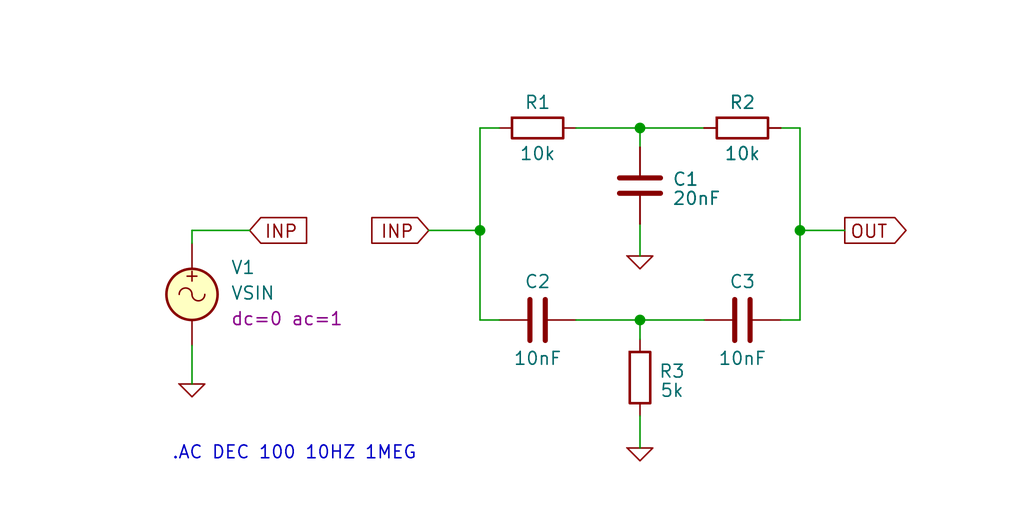
<source format=kicad_sch>
(kicad_sch (version 20250114) (generator "eeschema") (generator_version "9.0")
  (paper "User" 101.6 50.8)
  (lib_symbols
    (symbol "Device:C" (pin_numbers (hide yes)) (pin_names (offset 0.254))
      (property "Reference" "C" (at 0.635 2.54 0))
      (property "Value" "C" (at 0.635 -2.54 0))
      (symbol "C_0_1"
        (polyline (pts (xy -2.032 0.762) (xy 2.032 0.762)) (stroke (width 0.508)))
        (polyline (pts (xy -2.032 -0.762) (xy 2.032 -0.762)) (stroke (width 0.508)))
      )
      (symbol "C_1_1"
        (pin passive line (at 0 3.81 270) (length 2.794) (name "~") (number "1"))
        (pin passive line (at 0 -3.81 90) (length 2.794) (name "~") (number "2"))
      )
    )
    (symbol "Device:R" (pin_numbers (hide yes)) (pin_names (offset 0))
      (property "Reference" "R" (at 2.032 0 90))
      (property "Value" "R" (at 0 0 90))
      (symbol "R_0_1"
        (rectangle (start -1.016 -2.54) (end 1.016 2.54) (stroke (width 0.254)))
      )
      (symbol "R_1_1"
        (pin passive line (at 0 3.81 270) (length 1.27) (name "~") (number "1"))
        (pin passive line (at 0 -3.81 90) (length 1.27) (name "~") (number "2"))
      )
    )
    (symbol "Simulation_SPICE:0" (power) (pin_numbers (hide yes)) (pin_names (offset 0) (hide yes))
      (property "Value" "0" (at 0 -2.54 0))
      (symbol "0_0_1"
        (polyline (pts (xy -1.27 0) (xy 0 -1.27) (xy 1.27 0) (xy -1.27 0)))
      )
      (symbol "0_1_1"
        (pin power_in line (at 0 0 0) (length 0) (name "~") (number "1"))
      )
    )
    (symbol "Simulation_SPICE:VSIN" (pin_numbers (hide yes)) (pin_names (offset 0.0254))
      (property "Reference" "V" (at 2.54 2.54 0))
      (property "Value" "VSIN" (at 2.54 0 0))
      (property "Sim.Params" "dc=0 ampl=1 f=1k ac=1" (at 2.54 -2.54 0))
      (symbol "VSIN_0_0"
        (arc (start -1.27 0) (mid -0.635 0.6323) (end 0 0))
        (arc (start 1.27 0) (mid 0.635 -0.6323) (end 0 0))
        (text "+" (at 0 1.905 0) (effects (font (size 1.27 1.27))))
      )
      (symbol "VSIN_0_1"
        (circle (center 0 0) (radius 2.54) (stroke (width 0.254)) (fill (type background)))
      )
      (symbol "VSIN_1_1"
        (pin passive line (at 0 5.08 270) (length 2.54) (name "~") (number "1"))
        (pin passive line (at 0 -5.08 90) (length 2.54) (name "~") (number "2"))
      )
    )
  )
  (text ".AC DEC 100 10HZ 1MEG" (at 29.21 45.085 0) (effects (font (size 1.27 1.27))))
  (junction (at 63.5 12.7))
  (junction (at 79.375 22.86))
  (junction (at 63.5 31.75))
  (junction (at 47.625 22.86))
  (wire (pts (xy 63.5 12.7) (xy 69.85 12.7)))
  (wire (pts (xy 57.15 31.75) (xy 63.5 31.75)))
  (wire (pts (xy 49.53 12.7) (xy 47.625 12.7)))
  (wire (pts (xy 79.375 12.7) (xy 79.375 22.86)))
  (wire (pts (xy 79.375 31.75) (xy 77.47 31.75)))
  (wire (pts (xy 57.15 12.7) (xy 63.5 12.7)))
  (wire (pts (xy 77.47 12.7) (xy 79.375 12.7)))
  (wire (pts (xy 47.625 22.86) (xy 47.625 31.75)))
  (wire (pts (xy 63.5 31.75) (xy 63.5 33.655)))
  (wire (pts (xy 42.545 22.86) (xy 47.625 22.86)))
  (wire (pts (xy 63.5 14.605) (xy 63.5 12.7)))
  (wire (pts (xy 47.625 31.75) (xy 49.53 31.75)))
  (wire (pts (xy 63.5 31.75) (xy 69.85 31.75)))
  (wire (pts (xy 19.05 34.29) (xy 19.05 38.1)))
  (wire (pts (xy 79.375 22.86) (xy 79.375 31.75)))
  (wire (pts (xy 63.5 22.225) (xy 63.5 25.4)))
  (wire (pts (xy 79.375 22.86) (xy 83.82 22.86)))
  (wire (pts (xy 24.765 22.86) (xy 19.05 22.86)))
  (wire (pts (xy 19.05 22.86) (xy 19.05 24.13)))
  (wire (pts (xy 63.5 41.275) (xy 63.5 44.45)))
  (wire (pts (xy 47.625 12.7) (xy 47.625 22.86)))
  (global_label "INP" (shape input) (at 24.765 22.86 0) (property "Intersheetrefs" "${INTERSHEET_REFS}" (effects (hide yes))))
  (global_label "INP" (shape input) (at 42.545 22.86 180) (property "Intersheetrefs" "${INTERSHEET_REFS}" (effects (hide yes))))
  (global_label "OUT" (shape output) (at 83.82 22.86 0) (property "Intersheetrefs" "${INTERSHEET_REFS}" (effects (hide yes))))
  (symbol (lib_id "Device:C") (at 73.66 31.75 90) (unit 1)
    (property "Reference" "C3" (at 73.66 27.94 90))
    (property "Value" "10nF" (at 73.66 35.56 90))
    (property "Description" "Unpolarized capacitor" (effects (hide yes)))
  )
  (symbol (lib_id "Device:R") (at 73.66 12.7 90) (unit 1)
    (property "Reference" "R2" (at 73.66 10.16 90))
    (property "Value" "10k" (at 73.66 15.24 90))
    (property "Description" "Resistor" (effects (hide yes)))
  )
  (symbol (lib_id "Simulation_SPICE:0") (at 19.05 38.1 0) (unit 1)
    (property "Reference" "#GND02" (effects (hide yes)))
    (property "Value" "0" (effects (hide yes)))
    (property "Datasheet" "https://ngspice.sourceforge.io/docs/ngspice-html-manual/manual.xhtml#subsec_Circuit_elements__device" (effects (hide yes)))
    (property "Description" "0V reference potential for simulation" (effects (hide yes)))
  )
  (symbol (lib_id "Device:R") (at 53.34 12.7 90) (unit 1)
    (property "Reference" "R1" (at 53.34 10.16 90))
    (property "Value" "10k" (at 53.34 15.24 90))
    (property "Description" "Resistor" (effects (hide yes)))
  )
  (symbol (lib_id "Simulation_SPICE:0") (at 63.5 44.45 0) (unit 1)
    (property "Reference" "#GND03" (effects (hide yes)))
    (property "Value" "0" (effects (hide yes)))
    (property "Datasheet" "https://ngspice.sourceforge.io/docs/ngspice-html-manual/manual.xhtml#subsec_Circuit_elements__device" (effects (hide yes)))
    (property "Description" "0V reference potential for simulation" (effects (hide yes)))
  )
  (symbol (lib_id "Device:R") (at 63.5 37.465 180) (unit 1)
    (property "Reference" "R3" (at 66.675 36.83 0))
    (property "Value" "5k" (at 66.675 38.735 0))
    (property "Description" "Resistor" (effects (hide yes)))
  )
  (symbol (lib_id "Simulation_SPICE:0") (at 63.5 25.4 0) (unit 1)
    (property "Reference" "#GND01" (effects (hide yes)))
    (property "Value" "0" (effects (hide yes)))
    (property "Datasheet" "https://ngspice.sourceforge.io/docs/ngspice-html-manual/manual.xhtml#subsec_Circuit_elements__device" (effects (hide yes)))
    (property "Description" "0V reference potential for simulation" (effects (hide yes)))
  )
  (symbol (lib_id "Device:C") (at 53.34 31.75 90) (unit 1)
    (property "Reference" "C2" (at 53.34 27.94 90))
    (property "Value" "10nF" (at 53.34 35.56 90))
    (property "Description" "Unpolarized capacitor" (effects (hide yes)))
  )
  (symbol (lib_id "Device:C") (at 63.5 18.415 0) (unit 1)
    (property "Reference" "C1" (at 66.675 17.78 0) (effects (justify left)))
    (property "Value" "20nF" (at 66.675 19.685 0) (effects (justify left)))
    (property "Description" "Unpolarized capacitor" (effects (hide yes)))
  )
  (symbol (lib_id "Simulation_SPICE:VSIN") (at 19.05 29.21 0) (unit 1)
    (property "Reference" "V1" (at 22.86 26.5401 0) (effects (justify left)))
    (property "Value" "VSIN" (at 22.86 29.0801 0) (effects (justify left)))
    (property "Datasheet" "https://ngspice.sourceforge.io/docs/ngspice-html-manual/manual.xhtml#sec_Independent_Sources_for" (effects (hide yes)))
    (property "Description" "Voltage source, sinusoidal" (effects (hide yes)))
    (property "Sim.Pins" "1=+ 2=-" (effects (hide yes)))
    (property "Sim.Params" "dc=0 ac=1" (at 22.86 31.6201 0) (effects (justify left)))
    (property "Sim.Type" "SIN" (effects (hide yes)))
    (property "Sim.Device" "V" (effects (hide yes)))
  )
)
</source>
